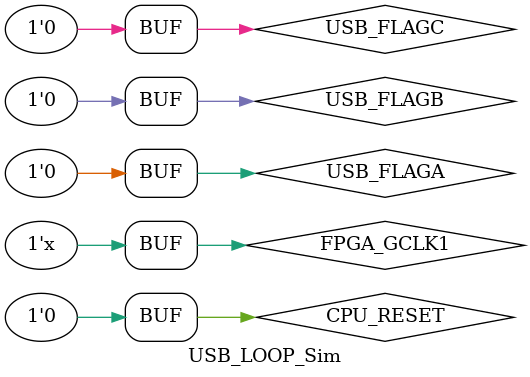
<source format=v>
`timescale 10ns / 1ns


module USB_LOOP_Sim;

	// Inputs
	reg FPGA_GCLK1;
	reg CPU_RESET;
	reg USB_FLAGA;
	reg USB_FLAGB;
	reg USB_FLAGC;

	// Outputs
	wire [1:0] USB_FIFOADR;
	wire USB_SLCS;
	wire USB_SLOE;
	wire USB_SLRD;
	wire USB_SLWR;

	// Bidirs
	wire [15:0] USB_FD;

	// Instantiate the Unit Under Test (UUT)
	USB_LOOP_TEST uut (
		.FPGA_GCLK1(FPGA_GCLK1), 
		.CPU_RESET(CPU_RESET), 
		.USB_FIFOADR(USB_FIFOADR), 
		.USB_SLCS(USB_SLCS), 
		.USB_SLOE(USB_SLOE), 
		.USB_SLRD(USB_SLRD), 
		.USB_SLWR(USB_SLWR), 
		.USB_FD(USB_FD), 
		.USB_FLAGA(USB_FLAGA), 
		.USB_FLAGB(USB_FLAGB), 
		.USB_FLAGC(USB_FLAGC)
	);

	initial begin
		// Initialize Inputs
		FPGA_GCLK1 = 0;
		CPU_RESET = 1;
		USB_FLAGA = 1;
		USB_FLAGB = 0;
		USB_FLAGC = 0;

		// Wait 100 ns for global reset to finish
		#100;
		CPU_RESET = 0;		
		#1000;
		USB_FLAGA = 0;
      #1000;
	end

	always #5 FPGA_GCLK1 = !FPGA_GCLK1;
endmodule

</source>
